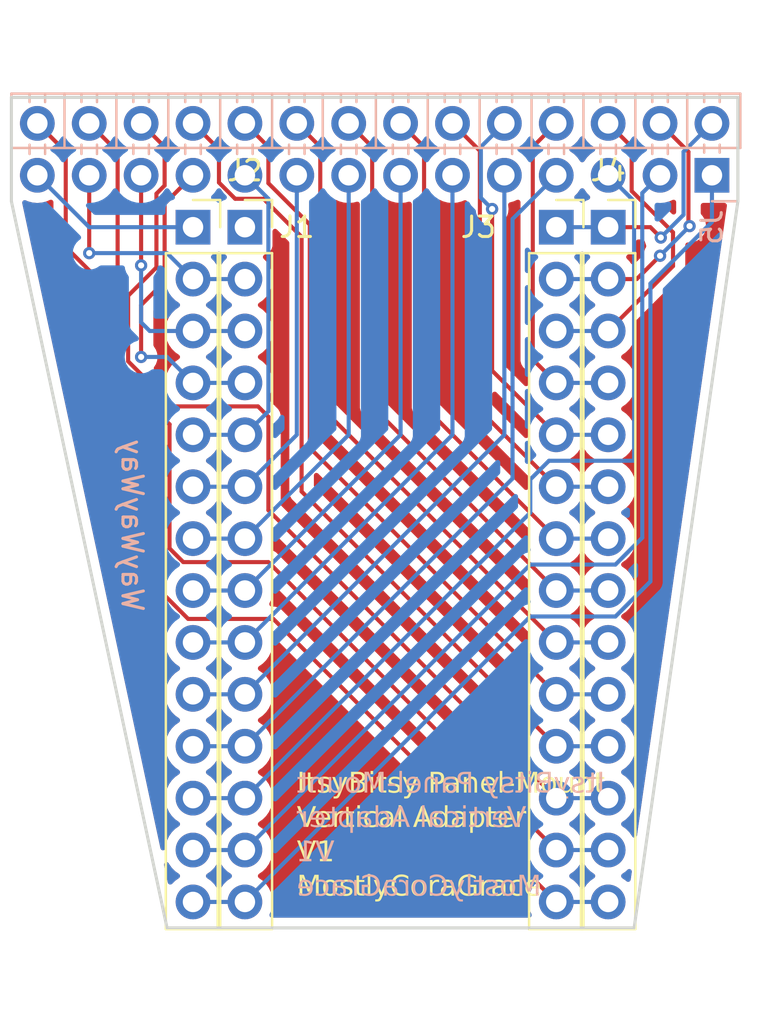
<source format=kicad_pcb>
(kicad_pcb (version 20240108) (generator "pcbnew") (generator_version "8.0")
  (layers (0 "F.Cu" signal) (31 "B.Cu" signal) (34 "B.Paste" user) (35 "F.Paste" user) (36 "B.SilkS" user "B.Silkscreen") (37 "F.SilkS" user "F.Silkscreen") (38 "B.Mask" user) (39 "F.Mask" user) (44 "Edge.Cuts" user))
  (net 0 "")
  (net 1 "/a01")
  (net 2 "/b01")
  (net 3 "/a02")
  (net 4 "/a03")
  (net 5 "/a04")
  (net 6 "/a13")
  (net 7 "/a06")
  (net 8 "/a12")
  (net 9 "/a10")
  (net 10 "/a11")
  (net 11 "/a08")
  (net 12 "/a14")
  (net 13 "/a09")
  (net 14 "/a07")
  (net 15 "/a05")
  (net 16 "/b06")
  (net 17 "/b14")
  (net 18 "/b12")
  (net 19 "/b11")
  (net 20 "/b13")
  (net 21 "/b09")
  (net 22 "/b10")
  (net 23 "/b04")
  (net 24 "/b03")
  (net 25 "/b08")
  (net 26 "/b02")
  (net 27 "/b07")
  (net 28 "/b05")
  (footprint "Connector_PinSocket_2.54mm:PinSocket_1x14_P2.54mm_Vertical" (layer "F.Cu") (at 8.89 6.35)
    (property "Reference" "J1" (at 5.08 0 0) (layer "F.SilkS"))
    (property "Value" "Conn_01x14_Socket")
    (fp_line (start -1.33 1.27) (end -1.33 34.35) (stroke (width 0.12)) (layer "F.SilkS"))
    (fp_line (start -1.33 1.27) (end 1.33 1.27) (stroke (width 0.12)) (layer "F.SilkS"))
    (fp_line (start -1.33 34.35) (end 1.33 34.35) (stroke (width 0.12)) (layer "F.SilkS"))
    (fp_line (start 0 -1.33) (end 1.33 -1.33) (stroke (width 0.12)) (layer "F.SilkS"))
    (fp_line (start 1.33 -1.33) (end 1.33 0) (stroke (width 0.12)) (layer "F.SilkS"))
    (fp_line (start 1.33 1.27) (end 1.33 34.35) (stroke (width 0.12)) (layer "F.SilkS"))
    (pad "1" thru_hole rect (at 0 0) (size 1.7 1.7) (drill 1) (layers "*.Cu" "*.Mask") (net 1 "/a01"))
    (pad "2" thru_hole oval (at 0 2.54) (size 1.7 1.7) (drill 1) (layers "*.Cu" "*.Mask") (net 3 "/a02"))
    (pad "3" thru_hole oval (at 0 5.08) (size 1.7 1.7) (drill 1) (layers "*.Cu" "*.Mask") (net 4 "/a03"))
    (pad "4" thru_hole oval (at 0 7.62) (size 1.7 1.7) (drill 1) (layers "*.Cu" "*.Mask") (net 5 "/a04"))
    (pad "5" thru_hole oval (at 0 10.16) (size 1.7 1.7) (drill 1) (layers "*.Cu" "*.Mask") (net 15 "/a05"))
    (pad "6" thru_hole oval (at 0 12.7) (size 1.7 1.7) (drill 1) (layers "*.Cu" "*.Mask") (net 7 "/a06"))
    (pad "7" thru_hole oval (at 0 15.24) (size 1.7 1.7) (drill 1) (layers "*.Cu" "*.Mask") (net 14 "/a07"))
    (pad "8" thru_hole oval (at 0 17.78) (size 1.7 1.7) (drill 1) (layers "*.Cu" "*.Mask") (net 11 "/a08"))
    (pad "9" thru_hole oval (at 0 20.32) (size 1.7 1.7) (drill 1) (layers "*.Cu" "*.Mask") (net 13 "/a09"))
    (pad "10" thru_hole oval (at 0 22.86) (size 1.7 1.7) (drill 1) (layers "*.Cu" "*.Mask") (net 9 "/a10"))
    (pad "11" thru_hole oval (at 0 25.4) (size 1.7 1.7) (drill 1) (layers "*.Cu" "*.Mask") (net 10 "/a11"))
    (pad "12" thru_hole oval (at 0 27.94) (size 1.7 1.7) (drill 1) (layers "*.Cu" "*.Mask") (net 8 "/a12"))
    (pad "13" thru_hole oval (at 0 30.48) (size 1.7 1.7) (drill 1) (layers "*.Cu" "*.Mask") (net 6 "/a13"))
    (pad "14" thru_hole oval (at 0 33.02) (size 1.7 1.7) (drill 1) (layers "*.Cu" "*.Mask") (net 12 "/a14"))
  )
  (footprint "Connector_PinSocket_2.54mm:PinSocket_1x14_P2.54mm_Vertical" (layer "F.Cu") (at 11.43 6.35)
    (property "Reference" "J2" (at 0 -2.77 0) (layer "F.SilkS"))
    (property "Value" "Conn_01x14_Socket")
    (fp_line (start -1.33 1.27) (end -1.33 34.35) (stroke (width 0.12)) (layer "F.SilkS"))
    (fp_line (start -1.33 1.27) (end 1.33 1.27) (stroke (width 0.12)) (layer "F.SilkS"))
    (fp_line (start -1.33 34.35) (end 1.33 34.35) (stroke (width 0.12)) (layer "F.SilkS"))
    (fp_line (start 0 -1.33) (end 1.33 -1.33) (stroke (width 0.12)) (layer "F.SilkS"))
    (fp_line (start 1.33 -1.33) (end 1.33 0) (stroke (width 0.12)) (layer "F.SilkS"))
    (fp_line (start 1.33 1.27) (end 1.33 34.35) (stroke (width 0.12)) (layer "F.SilkS"))
    (pad "1" thru_hole rect (at 0 0) (size 1.7 1.7) (drill 1) (layers "*.Cu" "*.Mask") (net 1 "/a01"))
    (pad "2" thru_hole oval (at 0 2.54) (size 1.7 1.7) (drill 1) (layers "*.Cu" "*.Mask") (net 3 "/a02"))
    (pad "3" thru_hole oval (at 0 5.08) (size 1.7 1.7) (drill 1) (layers "*.Cu" "*.Mask") (net 4 "/a03"))
    (pad "4" thru_hole oval (at 0 7.62) (size 1.7 1.7) (drill 1) (layers "*.Cu" "*.Mask") (net 5 "/a04"))
    (pad "5" thru_hole oval (at 0 10.16) (size 1.7 1.7) (drill 1) (layers "*.Cu" "*.Mask") (net 15 "/a05"))
    (pad "6" thru_hole oval (at 0 12.7) (size 1.7 1.7) (drill 1) (layers "*.Cu" "*.Mask") (net 7 "/a06"))
    (pad "7" thru_hole oval (at 0 15.24) (size 1.7 1.7) (drill 1) (layers "*.Cu" "*.Mask") (net 14 "/a07"))
    (pad "8" thru_hole oval (at 0 17.78) (size 1.7 1.7) (drill 1) (layers "*.Cu" "*.Mask") (net 11 "/a08"))
    (pad "9" thru_hole oval (at 0 20.32) (size 1.7 1.7) (drill 1) (layers "*.Cu" "*.Mask") (net 13 "/a09"))
    (pad "10" thru_hole oval (at 0 22.86) (size 1.7 1.7) (drill 1) (layers "*.Cu" "*.Mask") (net 9 "/a10"))
    (pad "11" thru_hole oval (at 0 25.4) (size 1.7 1.7) (drill 1) (layers "*.Cu" "*.Mask") (net 10 "/a11"))
    (pad "12" thru_hole oval (at 0 27.94) (size 1.7 1.7) (drill 1) (layers "*.Cu" "*.Mask") (net 8 "/a12"))
    (pad "13" thru_hole oval (at 0 30.48) (size 1.7 1.7) (drill 1) (layers "*.Cu" "*.Mask") (net 6 "/a13"))
    (pad "14" thru_hole oval (at 0 33.02) (size 1.7 1.7) (drill 1) (layers "*.Cu" "*.Mask") (net 12 "/a14"))
  )
  (footprint "Connector_PinSocket_2.54mm:PinSocket_1x14_P2.54mm_Vertical" (layer "F.Cu") (at 26.67 6.35)
    (property "Reference" "J3" (at -3.81 0 0) (layer "F.SilkS"))
    (property "Value" "Conn_01x14_Socket")
    (fp_line (start -1.33 1.27) (end -1.33 34.35) (stroke (width 0.12)) (layer "F.SilkS"))
    (fp_line (start -1.33 1.27) (end 1.33 1.27) (stroke (width 0.12)) (layer "F.SilkS"))
    (fp_line (start -1.33 34.35) (end 1.33 34.35) (stroke (width 0.12)) (layer "F.SilkS"))
    (fp_line (start 0 -1.33) (end 1.33 -1.33) (stroke (width 0.12)) (layer "F.SilkS"))
    (fp_line (start 1.33 -1.33) (end 1.33 0) (stroke (width 0.12)) (layer "F.SilkS"))
    (fp_line (start 1.33 1.27) (end 1.33 34.35) (stroke (width 0.12)) (layer "F.SilkS"))
    (pad "1" thru_hole rect (at 0 0) (size 1.7 1.7) (drill 1) (layers "*.Cu" "*.Mask") (net 2 "/b01"))
    (pad "2" thru_hole oval (at 0 2.54) (size 1.7 1.7) (drill 1) (layers "*.Cu" "*.Mask") (net 26 "/b02"))
    (pad "3" thru_hole oval (at 0 5.08) (size 1.7 1.7) (drill 1) (layers "*.Cu" "*.Mask") (net 24 "/b03"))
    (pad "4" thru_hole oval (at 0 7.62) (size 1.7 1.7) (drill 1) (layers "*.Cu" "*.Mask") (net 23 "/b04"))
    (pad "5" thru_hole oval (at 0 10.16) (size 1.7 1.7) (drill 1) (layers "*.Cu" "*.Mask") (net 28 "/b05"))
    (pad "6" thru_hole oval (at 0 12.7) (size 1.7 1.7) (drill 1) (layers "*.Cu" "*.Mask") (net 16 "/b06"))
    (pad "7" thru_hole oval (at 0 15.24) (size 1.7 1.7) (drill 1) (layers "*.Cu" "*.Mask") (net 27 "/b07"))
    (pad "8" thru_hole oval (at 0 17.78) (size 1.7 1.7) (drill 1) (layers "*.Cu" "*.Mask") (net 25 "/b08"))
    (pad "9" thru_hole oval (at 0 20.32) (size 1.7 1.7) (drill 1) (layers "*.Cu" "*.Mask") (net 21 "/b09"))
    (pad "10" thru_hole oval (at 0 22.86) (size 1.7 1.7) (drill 1) (layers "*.Cu" "*.Mask") (net 22 "/b10"))
    (pad "11" thru_hole oval (at 0 25.4) (size 1.7 1.7) (drill 1) (layers "*.Cu" "*.Mask") (net 19 "/b11"))
    (pad "12" thru_hole oval (at 0 27.94) (size 1.7 1.7) (drill 1) (layers "*.Cu" "*.Mask") (net 18 "/b12"))
    (pad "13" thru_hole oval (at 0 30.48) (size 1.7 1.7) (drill 1) (layers "*.Cu" "*.Mask") (net 20 "/b13"))
    (pad "14" thru_hole oval (at 0 33.02) (size 1.7 1.7) (drill 1) (layers "*.Cu" "*.Mask") (net 17 "/b14"))
  )
  (footprint "Connector_PinSocket_2.54mm:PinSocket_1x14_P2.54mm_Vertical" (layer "F.Cu") (at 29.21 6.35)
    (property "Reference" "J4" (at 0 -2.77 0) (layer "F.SilkS"))
    (property "Value" "Conn_01x14_Socket")
    (fp_line (start -1.33 1.27) (end -1.33 34.35) (stroke (width 0.12)) (layer "F.SilkS"))
    (fp_line (start -1.33 1.27) (end 1.33 1.27) (stroke (width 0.12)) (layer "F.SilkS"))
    (fp_line (start -1.33 34.35) (end 1.33 34.35) (stroke (width 0.12)) (layer "F.SilkS"))
    (fp_line (start 0 -1.33) (end 1.33 -1.33) (stroke (width 0.12)) (layer "F.SilkS"))
    (fp_line (start 1.33 -1.33) (end 1.33 0) (stroke (width 0.12)) (layer "F.SilkS"))
    (fp_line (start 1.33 1.27) (end 1.33 34.35) (stroke (width 0.12)) (layer "F.SilkS"))
    (pad "1" thru_hole rect (at 0 0) (size 1.7 1.7) (drill 1) (layers "*.Cu" "*.Mask") (net 2 "/b01"))
    (pad "2" thru_hole oval (at 0 2.54) (size 1.7 1.7) (drill 1) (layers "*.Cu" "*.Mask") (net 26 "/b02"))
    (pad "3" thru_hole oval (at 0 5.08) (size 1.7 1.7) (drill 1) (layers "*.Cu" "*.Mask") (net 24 "/b03"))
    (pad "4" thru_hole oval (at 0 7.62) (size 1.7 1.7) (drill 1) (layers "*.Cu" "*.Mask") (net 23 "/b04"))
    (pad "5" thru_hole oval (at 0 10.16) (size 1.7 1.7) (drill 1) (layers "*.Cu" "*.Mask") (net 28 "/b05"))
    (pad "6" thru_hole oval (at 0 12.7) (size 1.7 1.7) (drill 1) (layers "*.Cu" "*.Mask") (net 16 "/b06"))
    (pad "7" thru_hole oval (at 0 15.24) (size 1.7 1.7) (drill 1) (layers "*.Cu" "*.Mask") (net 27 "/b07"))
    (pad "8" thru_hole oval (at 0 17.78) (size 1.7 1.7) (drill 1) (layers "*.Cu" "*.Mask") (net 25 "/b08"))
    (pad "9" thru_hole oval (at 0 20.32) (size 1.7 1.7) (drill 1) (layers "*.Cu" "*.Mask") (net 21 "/b09"))
    (pad "10" thru_hole oval (at 0 22.86) (size 1.7 1.7) (drill 1) (layers "*.Cu" "*.Mask") (net 22 "/b10"))
    (pad "11" thru_hole oval (at 0 25.4) (size 1.7 1.7) (drill 1) (layers "*.Cu" "*.Mask") (net 19 "/b11"))
    (pad "12" thru_hole oval (at 0 27.94) (size 1.7 1.7) (drill 1) (layers "*.Cu" "*.Mask") (net 18 "/b12"))
    (pad "13" thru_hole oval (at 0 30.48) (size 1.7 1.7) (drill 1) (layers "*.Cu" "*.Mask") (net 20 "/b13"))
    (pad "14" thru_hole oval (at 0 33.02) (size 1.7 1.7) (drill 1) (layers "*.Cu" "*.Mask") (net 17 "/b14"))
  )
  (footprint "Connector_PinHeader_2.54mm:PinHeader_2x14_P2.54mm_Horizontal" (layer "B.Cu") (at 34.29 3.81 90)
    (property "Reference" "J5" (at -2.54 0 -90) (layer "B.SilkS") (effects (justify mirror)))
    (property "Value" "Conn_02x14_Odd_Even")
    (fp_line (start 3.997 -34.29) (end 1.337 -34.29) (stroke (width 0.12)) (layer "B.SilkS"))
    (fp_line (start 1.337 -34.29) (end 1.337 1.39) (stroke (width 0.12)) (layer "B.SilkS"))
    (fp_line (start 3.98 -33.4) (end 3.582929 -33.4) (stroke (width 0.12)) (layer "B.SilkS"))
    (fp_line (start 1.497071 -33.4) (end 1.042929 -33.4) (stroke (width 0.12)) (layer "B.SilkS"))
    (fp_line (start 3.98 -32.64) (end 3.582929 -32.64) (stroke (width 0.12)) (layer "B.SilkS"))
    (fp_line (start 1.497071 -32.64) (end 1.042929 -32.64) (stroke (width 0.12)) (layer "B.SilkS"))
    (fp_line (start 3.997 -31.69) (end 1.337 -31.69) (stroke (width 0.12)) (layer "B.SilkS"))
    (fp_line (start 3.98 -30.86) (end 3.582929 -30.86) (stroke (width 0.12)) (layer "B.SilkS"))
    (fp_line (start 1.497071 -30.86) (end 1.042929 -30.86) (stroke (width 0.12)) (layer "B.SilkS"))
    (fp_line (start 3.98 -30.1) (end 3.582929 -30.1) (stroke (width 0.12)) (layer "B.SilkS"))
    (fp_line (start 1.497071 -30.1) (end 1.042929 -30.1) (stroke (width 0.12)) (layer "B.SilkS"))
    (fp_line (start 3.997 -29.15) (end 1.337 -29.15) (stroke (width 0.12)) (layer "B.SilkS"))
    (fp_line (start 3.98 -28.32) (end 3.582929 -28.32) (stroke (width 0.12)) (layer "B.SilkS"))
    (fp_line (start 1.497071 -28.32) (end 1.042929 -28.32) (stroke (width 0.12)) (layer "B.SilkS"))
    (fp_line (start 3.98 -27.56) (end 3.582929 -27.56) (stroke (width 0.12)) (layer "B.SilkS"))
    (fp_line (start 1.497071 -27.56) (end 1.042929 -27.56) (stroke (width 0.12)) (layer "B.SilkS"))
    (fp_line (start 3.997 -26.61) (end 1.337 -26.61) (stroke (width 0.12)) (layer "B.SilkS"))
    (fp_line (start 3.98 -25.78) (end 3.582929 -25.78) (stroke (width 0.12)) (layer "B.SilkS"))
    (fp_line (start 1.497071 -25.78) (end 1.042929 -25.78) (stroke (width 0.12)) (layer "B.SilkS"))
    (fp_line (start 3.98 -25.02) (end 3.582929 -25.02) (stroke (width 0.12)) (layer "B.SilkS"))
    (fp_line (start 1.497071 -25.02) (end 1.042929 -25.02) (stroke (width 0.12)) (layer "B.SilkS"))
    (fp_line (start 3.997 -24.07) (end 1.337 -24.07) (stroke (width 0.12)) (layer "B.SilkS"))
    (fp_line (start 3.98 -23.24) (end 3.582929 -23.24) (stroke (width 0.12)) (layer "B.SilkS"))
    (fp_line (start 1.497071 -23.24) (end 1.042929 -23.24) (stroke (width 0.12)) (layer "B.SilkS"))
    (fp_line (start 3.98 -22.48) (end 3.582929 -22.48) (stroke (width 0.12)) (layer "B.SilkS"))
    (fp_line (start 1.497071 -22.48) (end 1.042929 -22.48) (stroke (width 0.12)) (layer "B.SilkS"))
    (fp_line (start 3.997 -21.53) (end 1.337 -21.53) (stroke (width 0.12)) (layer "B.SilkS"))
    (fp_line (start 3.98 -20.7) (end 3.582929 -20.7) (stroke (width 0.12)) (layer "B.SilkS"))
    (fp_line (start 1.497071 -20.7) (end 1.042929 -20.7) (stroke (width 0.12)) (layer "B.SilkS"))
    (fp_line (start 3.98 -19.94) (end 3.582929 -19.94) (stroke (width 0.12)) (layer "B.SilkS"))
    (fp_line (start 1.497071 -19.94) (end 1.042929 -19.94) (stroke (width 0.12)) (layer "B.SilkS"))
    (fp_line (start 3.937 -19.05) (end 1.277 -19.05) (stroke (width 0.12)) (layer "B.SilkS"))
    (fp_line (start 3.98 -18.16) (end 3.582929 -18.16) (stroke (width 0.12)) (layer "B.SilkS"))
    (fp_line (start 1.497071 -18.16) (end 1.042929 -18.16) (stroke (width 0.12)) (layer "B.SilkS"))
    (fp_line (start 3.98 -17.4) (end 3.582929 -17.4) (stroke (width 0.12)) (layer "B.SilkS"))
    (fp_line (start 1.497071 -17.4) (end 1.042929 -17.4) (stroke (width 0.12)) (layer "B.SilkS"))
    (fp_line (start 3.997 -16.45) (end 1.337 -16.45) (stroke (width 0.12)) (layer "B.SilkS"))
    (fp_line (start 3.98 -15.62) (end 3.582929 -15.62) (stroke (width 0.12)) (layer "B.SilkS"))
    (fp_line (start 1.497071 -15.62) (end 1.042929 -15.62) (stroke (width 0.12)) (layer "B.SilkS"))
    (fp_line (start 3.98 -14.86) (end 3.582929 -14.86) (stroke (width 0.12)) (layer "B.SilkS"))
    (fp_line (start 1.497071 -14.86) (end 1.042929 -14.86) (stroke (width 0.12)) (layer "B.SilkS"))
    (fp_line (start 3.997 -13.91) (end 1.337 -13.91) (stroke (width 0.12)) (layer "B.SilkS"))
    (fp_line (start 3.98 -13.08) (end 3.582929 -13.08) (stroke (width 0.12)) (layer "B.SilkS"))
    (fp_line (start 1.497071 -13.08) (end 1.042929 -13.08) (stroke (width 0.12)) (layer "B.SilkS"))
    (fp_line (start 3.98 -12.32) (end 3.582929 -12.32) (stroke (width 0.12)) (layer "B.SilkS"))
    (fp_line (start 1.497071 -12.32) (end 1.042929 -12.32) (stroke (width 0.12)) (layer "B.SilkS"))
    (fp_line (start 3.997 -11.37) (end 1.337 -11.37) (stroke (width 0.12)) (layer "B.SilkS"))
    (fp_line (start 3.98 -10.54) (end 3.582929 -10.54) (stroke (width 0.12)) (layer "B.SilkS"))
    (fp_line (start 1.497071 -10.54) (end 1.042929 -10.54) (stroke (width 0.12)) (layer "B.SilkS"))
    (fp_line (start 3.98 -9.78) (end 3.582929 -9.78) (stroke (width 0.12)) (layer "B.SilkS"))
    (fp_line (start 1.497071 -9.78) (end 1.042929 -9.78) (stroke (width 0.12)) (layer "B.SilkS"))
    (fp_line (start 3.997 -8.83) (end 1.337 -8.83) (stroke (width 0.12)) (layer "B.SilkS"))
    (fp_line (start 3.98 -8) (end 3.582929 -8) (stroke (width 0.12)) (layer "B.SilkS"))
    (fp_line (start 1.497071 -8) (end 1.042929 -8) (stroke (width 0.12)) (layer "B.SilkS"))
    (fp_line (start 3.98 -7.24) (end 3.582929 -7.24) (stroke (width 0.12)) (layer "B.SilkS"))
    (fp_line (start 1.497071 -7.24) (end 1.042929 -7.24) (stroke (width 0.12)) (layer "B.SilkS"))
    (fp_line (start 3.997 -6.29) (end 1.337 -6.29) (stroke (width 0.12)) (layer "B.SilkS"))
    (fp_line (start 3.98 -5.46) (end 3.582929 -5.46) (stroke (width 0.12)) (layer "B.SilkS"))
    (fp_line (start 1.497071 -5.46) (end 1.042929 -5.46) (stroke (width 0.12)) (layer "B.SilkS"))
    (fp_line (start 3.98 -4.7) (end 3.582929 -4.7) (stroke (width 0.12)) (layer "B.SilkS"))
    (fp_line (start 1.497071 -4.7) (end 1.042929 -4.7) (stroke (width 0.12)) (layer "B.SilkS"))
    (fp_line (start 3.997 -3.75) (end 1.337 -3.75) (stroke (width 0.12)) (layer "B.SilkS"))
    (fp_line (start 3.98 -2.92) (end 3.582929 -2.92) (stroke (width 0.12)) (layer "B.SilkS"))
    (fp_line (start 1.497071 -2.92) (end 1.042929 -2.92) (stroke (width 0.12)) (layer "B.SilkS"))
    (fp_line (start 3.98 -2.16) (end 3.582929 -2.16) (stroke (width 0.12)) (layer "B.SilkS"))
    (fp_line (start 1.497071 -2.16) (end 1.042929 -2.16) (stroke (width 0.12)) (layer "B.SilkS"))
    (fp_line (start 3.997 -1.21) (end 1.337 -1.21) (stroke (width 0.12)) (layer "B.SilkS"))
    (fp_line (start 3.98 -0.38) (end 3.582929 -0.38) (stroke (width 0.12)) (layer "B.SilkS"))
    (fp_line (start 1.497071 -0.38) (end 1.11 -0.38) (stroke (width 0.12)) (layer "B.SilkS"))
    (fp_line (start 3.98 0.38) (end 3.582929 0.38) (stroke (width 0.12)) (layer "B.SilkS"))
    (fp_line (start 1.497071 0.38) (end 1.11 0.38) (stroke (width 0.12)) (layer "B.SilkS"))
    (fp_line (start 0 1.27) (end -1.27 1.27) (stroke (width 0.12)) (layer "B.SilkS"))
    (fp_line (start -1.27 1.27) (end -1.27 0) (stroke (width 0.12)) (layer "B.SilkS"))
    (fp_line (start 3.997 1.39) (end 3.997 -34.29) (stroke (width 0.12)) (layer "B.SilkS"))
    (fp_line (start 1.337 1.39) (end 3.997 1.39) (stroke (width 0.12)) (layer "B.SilkS"))
    (pad "1" thru_hole rect (at 0 0 90) (size 1.7 1.7) (drill 1) (layers "*.Cu" "*.Mask") (net 12 "/a14"))
    (pad "2" thru_hole oval (at 2.54 0 90) (size 1.7 1.7) (drill 1) (layers "*.Cu" "*.Mask") (net 2 "/b01"))
    (pad "3" thru_hole oval (at 0 -2.54 90) (size 1.7 1.7) (drill 1) (layers "*.Cu" "*.Mask") (net 6 "/a13"))
    (pad "4" thru_hole oval (at 2.54 -2.54 90) (size 1.7 1.7) (drill 1) (layers "*.Cu" "*.Mask") (net 26 "/b02"))
    (pad "5" thru_hole oval (at 0 -5.08 90) (size 1.7 1.7) (drill 1) (layers "*.Cu" "*.Mask") (net 8 "/a12"))
    (pad "6" thru_hole oval (at 2.54 -5.08 90) (size 1.7 1.7) (drill 1) (layers "*.Cu" "*.Mask") (net 24 "/b03"))
    (pad "7" thru_hole oval (at 0 -7.62 90) (size 1.7 1.7) (drill 1) (layers "*.Cu" "*.Mask") (net 10 "/a11"))
    (pad "8" thru_hole oval (at 2.54 -7.62 90) (size 1.7 1.7) (drill 1) (layers "*.Cu" "*.Mask") (net 23 "/b04"))
    (pad "9" thru_hole oval (at 0 -10.16 90) (size 1.7 1.7) (drill 1) (layers "*.Cu" "*.Mask") (net 9 "/a10"))
    (pad "10" thru_hole oval (at 2.54 -10.16 90) (size 1.7 1.7) (drill 1) (layers "*.Cu" "*.Mask") (net 28 "/b05"))
    (pad "11" thru_hole oval (at 0 -12.7 90) (size 1.7 1.7) (drill 1) (layers "*.Cu" "*.Mask") (net 13 "/a09"))
    (pad "12" thru_hole oval (at 2.54 -12.7 90) (size 1.7 1.7) (drill 1) (layers "*.Cu" "*.Mask") (net 16 "/b06"))
    (pad "13" thru_hole oval (at 0 -15.24 90) (size 1.7 1.7) (drill 1) (layers "*.Cu" "*.Mask") (net 11 "/a08"))
    (pad "14" thru_hole oval (at 2.54 -15.24 90) (size 1.7 1.7) (drill 1) (layers "*.Cu" "*.Mask") (net 27 "/b07"))
    (pad "15" thru_hole oval (at 0 -17.78 90) (size 1.7 1.7) (drill 1) (layers "*.Cu" "*.Mask") (net 14 "/a07"))
    (pad "16" thru_hole oval (at 2.54 -17.78 90) (size 1.7 1.7) (drill 1) (layers "*.Cu" "*.Mask") (net 25 "/b08"))
    (pad "17" thru_hole oval (at 0 -20.32 90) (size 1.7 1.7) (drill 1) (layers "*.Cu" "*.Mask") (net 7 "/a06"))
    (pad "18" thru_hole oval (at 2.54 -20.32 90) (size 1.7 1.7) (drill 1) (layers "*.Cu" "*.Mask") (net 21 "/b09"))
    (pad "19" thru_hole oval (at 0 -22.86 90) (size 1.7 1.7) (drill 1) (layers "*.Cu" "*.Mask") (net 15 "/a05"))
    (pad "20" thru_hole oval (at 2.54 -22.86 90) (size 1.7 1.7) (drill 1) (layers "*.Cu" "*.Mask") (net 22 "/b10"))
    (pad "21" thru_hole oval (at 0 -25.4 90) (size 1.7 1.7) (drill 1) (layers "*.Cu" "*.Mask") (net 5 "/a04"))
    (pad "22" thru_hole oval (at 2.54 -25.4 90) (size 1.7 1.7) (drill 1) (layers "*.Cu" "*.Mask") (net 19 "/b11"))
    (pad "23" thru_hole oval (at 0 -27.94 90) (size 1.7 1.7) (drill 1) (layers "*.Cu" "*.Mask") (net 4 "/a03"))
    (pad "24" thru_hole oval (at 2.54 -27.94 90) (size 1.7 1.7) (drill 1) (layers "*.Cu" "*.Mask") (net 18 "/b12"))
    (pad "25" thru_hole oval (at 0 -30.48 90) (size 1.7 1.7) (drill 1) (layers "*.Cu" "*.Mask") (net 3 "/a02"))
    (pad "26" thru_hole oval (at 2.54 -30.48 90) (size 1.7 1.7) (drill 1) (layers "*.Cu" "*.Mask") (net 20 "/b13"))
    (pad "27" thru_hole oval (at 0 -33.02 90) (size 1.7 1.7) (drill 1) (layers "*.Cu" "*.Mask") (net 1 "/a01"))
    (pad "28" thru_hole oval (at 2.54 -33.02 90) (size 1.7 1.7) (drill 1) (layers "*.Cu" "*.Mask") (net 17 "/b14"))
  )
  (gr_line (start 7.62 40.64) (end 30.48 40.64) (stroke (width 0.15)) (layer "Edge.Cuts"))
  (gr_line (start 0 5.08) (end 0 0) (stroke (width 0.15)) (layer "Edge.Cuts"))
  (gr_line (start 0 0) (end 35.56 0) (stroke (width 0.15)) (layer "Edge.Cuts"))
  (gr_line (start 35.56 0) (end 35.56 5.08) (stroke (width 0.15)) (layer "Edge.Cuts"))
  (gr_line (start 35.56 5.08) (end 30.48 40.64) (stroke (width 0.15)) (layer "Edge.Cuts"))
  (gr_line (start 7.62 40.64) (end 0 5.08) (stroke (width 0.15)) (layer "Edge.Cuts"))
  (gr_text "WayWayWay" (at 6.5 25.25 -90) (layer "B.SilkS") (effects (font (size 1 1)) (justify left top mirror)))
  (gr_text "ItsyBitsy Panel-Mount\nVertical Adapter\nV1\nMostlyCoraGrace" (at 13.97 33.02 0) (layer "B.SilkS") (effects (font (size 1 1)) (justify right top mirror)))
  (gr_text "ItsyBitsy Panel-Mount\nVertical Adapter\nV1\nMostlyCoraGrace" (at 13.97 33.02 0) (layer "F.SilkS") (effects (font (size 1 1)) (justify left top)))
  (segment (start 3.81 6.35) (end 1.27 3.81) (width 0.2) (layer "B.Cu") (net 1))
  (segment (start 8.89 6.35) (end 3.81 6.35) (width 0.2) (layer "B.Cu") (net 1))
  (segment (start 31.277 6.35) (end 31.785 6.858) (width 0.2) (layer "F.Cu") (net 2))
  (segment (start 29.21 6.35) (end 31.277 6.35) (width 0.2) (layer "F.Cu") (net 2))
  (via (at 31.785 6.858) (size 0.6) (drill 0.3) (layers "F.Cu" "B.Cu") (net 2))
  (segment (start 29.21 6.35) (end 26.67 6.35) (width 0.2) (layer "B.Cu") (net 2))
  (segment (start 31.785 6.858) (end 32.9 5.743) (width 0.2) (layer "B.Cu") (net 2))
  (segment (start 32.9 2.66) (end 34.29 1.27) (width 0.2) (layer "B.Cu") (net 2))
  (segment (start 32.9 5.743) (end 32.9 2.66) (width 0.2) (layer "B.Cu") (net 2))
  (segment (start 3.81 7.62) (end 3.81 3.81) (width 0.2) (layer "F.Cu") (net 3))
  (via (at 3.81 7.62) (size 0.6) (drill 0.3) (layers "F.Cu" "B.Cu") (net 3))
  (segment (start 8.89 8.89) (end 7.62 7.62) (width 0.2) (layer "B.Cu") (net 3))
  (segment (start 7.62 7.62) (end 3.81 7.62) (width 0.2) (layer "B.Cu") (net 3))
  (segment (start 11.43 8.89) (end 8.89 8.89) (width 0.2) (layer "B.Cu") (net 3))
  (segment (start 6.35 8.22) (end 6.35 3.81) (width 0.2) (layer "F.Cu") (net 4))
  (via (at 6.35 8.22) (size 0.6) (drill 0.3) (layers "F.Cu" "B.Cu") (net 4))
  (segment (start 8.89 11.43) (end 6.771471 11.43) (width 0.2) (layer "B.Cu") (net 4))
  (segment (start 8.89 11.43) (end 11.43 11.43) (width 0.2) (layer "B.Cu") (net 4))
  (segment (start 6.35 11.008529) (end 6.35 8.22) (width 0.2) (layer "B.Cu") (net 4))
  (segment (start 6.771471 11.43) (end 6.35 11.008529) (width 0.2) (layer "B.Cu") (net 4))
  (segment (start 7.5 5.2) (end 8.89 3.81) (width 0.2) (layer "F.Cu") (net 5))
  (segment (start 6.35 12.7) (end 6.35 10.16) (width 0.2) (layer "F.Cu") (net 5))
  (segment (start 6.35 10.16) (end 7.5 9.01) (width 0.2) (layer "F.Cu") (net 5))
  (segment (start 7.5 9.01) (end 7.5 5.2) (width 0.2) (layer "F.Cu") (net 5))
  (via (at 6.35 12.7) (size 0.6) (drill 0.3) (layers "F.Cu" "B.Cu") (net 5))
  (segment (start 11.43 13.97) (end 8.89 13.97) (width 0.2) (layer "B.Cu") (net 5))
  (segment (start 8.89 13.97) (end 7.62 12.7) (width 0.2) (layer "B.Cu") (net 5))
  (segment (start 7.62 12.7) (end 6.35 12.7) (width 0.2) (layer "B.Cu") (net 5))
  (segment (start 30.88 4.68) (end 31.75 3.81) (width 0.2) (layer "B.Cu") (net 6))
  (segment (start 8.89 36.83) (end 11.43 36.83) (width 0.2) (layer "B.Cu") (net 6))
  (segment (start 11.43 36.83) (end 25.4 22.86) (width 0.2) (layer "B.Cu") (net 6))
  (segment (start 29.566346 22.86) (end 30.88 21.546346) (width 0.2) (layer "B.Cu") (net 6))
  (segment (start 25.4 22.86) (end 29.566346 22.86) (width 0.2) (layer "B.Cu") (net 6))
  (segment (start 30.88 21.546346) (end 30.88 4.68) (width 0.2) (layer "B.Cu") (net 6))
  (segment (start 11.43 19.05) (end 13.97 16.51) (width 0.2) (layer "B.Cu") (net 7))
  (segment (start 11.43 19.05) (end 8.89 19.05) (width 0.2) (layer "B.Cu") (net 7))
  (segment (start 13.97 16.51) (end 13.97 3.81) (width 0.2) (layer "B.Cu") (net 7))
  (segment (start 11.43 34.29) (end 8.89 34.29) (width 0.2) (layer "B.Cu") (net 8))
  (segment (start 25.4 20.32) (end 25.4 18.693654) (width 0.2) (layer "B.Cu") (net 8))
  (segment (start 30.48 5.08) (end 29.21 3.81) (width 0.2) (layer "B.Cu") (net 8))
  (segment (start 25.4 18.693654) (end 26.313654 17.78) (width 0.2) (layer "B.Cu") (net 8))
  (segment (start 26.313654 17.78) (end 30.48 17.78) (width 0.2) (layer "B.Cu") (net 8))
  (segment (start 30.48 17.78) (end 30.48 5.08) (width 0.2) (layer "B.Cu") (net 8))
  (segment (start 11.43 34.29) (end 25.4 20.32) (width 0.2) (layer "B.Cu") (net 8))
  (segment (start 11.43 29.21) (end 8.89 29.21) (width 0.2) (layer "B.Cu") (net 9))
  (segment (start 11.43 29.21) (end 24.13 16.51) (width 0.2) (layer "B.Cu") (net 9))
  (segment (start 24.13 16.51) (end 24.13 3.81) (width 0.2) (layer "B.Cu") (net 9))
  (segment (start 24.53 18.65) (end 24.53 5.95) (width 0.2) (layer "B.Cu") (net 10))
  (segment (start 8.89 31.75) (end 11.43 31.75) (width 0.2) (layer "B.Cu") (net 10))
  (segment (start 24.53 5.95) (end 26.67 3.81) (width 0.2) (layer "B.Cu") (net 10))
  (segment (start 11.43 31.75) (end 24.53 18.65) (width 0.2) (layer "B.Cu") (net 10))
  (segment (start 11.43 24.13) (end 19.05 16.51) (width 0.2) (layer "B.Cu") (net 11))
  (segment (start 19.05 16.51) (end 19.05 3.81) (width 0.2) (layer "B.Cu") (net 11))
  (segment (start 11.43 24.13) (end 8.89 24.13) (width 0.2) (layer "B.Cu") (net 11))
  (segment (start 11.43 39.37) (end 25.4 25.4) (width 0.2) (layer "B.Cu") (net 12))
  (segment (start 25.4 25.4) (end 29.566346 25.4) (width 0.2) (layer "B.Cu") (net 12))
  (segment (start 29.566346 25.4) (end 31.28 23.686346) (width 0.2) (layer "B.Cu") (net 12))
  (segment (start 11.43 39.37) (end 8.89 39.37) (width 0.2) (layer "B.Cu") (net 12))
  (segment (start 31.28 9.106) (end 34.29 6.096) (width 0.2) (layer "B.Cu") (net 12))
  (segment (start 31.28 23.686346) (end 31.28 9.106) (width 0.2) (layer "B.Cu") (net 12))
  (segment (start 34.29 6.096) (end 34.29 3.81) (width 0.2) (layer "B.Cu") (net 12))
  (segment (start 11.43 26.67) (end 21.59 16.51) (width 0.2) (layer "B.Cu") (net 13))
  (segment (start 8.89 26.67) (end 11.43 26.67) (width 0.2) (layer "B.Cu") (net 13))
  (segment (start 21.59 16.51) (end 21.59 3.81) (width 0.2) (layer "B.Cu") (net 13))
  (segment (start 11.43 21.59) (end 16.51 16.51) (width 0.2) (layer "B.Cu") (net 14))
  (segment (start 16.51 16.51) (end 16.51 3.81) (width 0.2) (layer "B.Cu") (net 14))
  (segment (start 8.89 21.59) (end 11.43 21.59) (width 0.2) (layer "B.Cu") (net 14))
  (segment (start 11.43 16.51) (end 12.58 15.36) (width 0.2) (layer "B.Cu") (net 15))
  (segment (start 8.89 16.51) (end 11.43 16.51) (width 0.2) (layer "B.Cu") (net 15))
  (segment (start 12.58 15.36) (end 12.58 4.96) (width 0.2) (layer "B.Cu") (net 15))
  (segment (start 12.58 4.96) (end 11.43 3.81) (width 0.2) (layer "B.Cu") (net 15))
  (segment (start 26.67 19.05) (end 22.93 15.31) (width 0.2) (layer "F.Cu") (net 16))
  (segment (start 22.93 2.61) (end 21.59 1.27) (width 0.2) (layer "F.Cu") (net 16))
  (segment (start 22.93 15.31) (end 22.93 2.61) (width 0.2) (layer "F.Cu") (net 16))
  (segment (start 26.67 19.05) (end 29.21 19.05) (width 0.2) (layer "B.Cu") (net 16))
  (segment (start 12.82 25.52) (end 8.653654 25.52) (width 0.2) (layer "F.Cu") (net 17))
  (segment (start 7.34 16.160686) (end 4.8 13.620686) (width 0.2) (layer "F.Cu") (net 17))
  (segment (start 4.8 9.458529) (end 2.66 7.318529) (width 0.2) (layer "F.Cu") (net 17))
  (segment (start 26.67 39.37) (end 12.82 25.52) (width 0.2) (layer "F.Cu") (net 17))
  (segment (start 2.66 2.66) (end 1.27 1.27) (width 0.2) (layer "F.Cu") (net 17))
  (segment (start 2.66 7.318529) (end 2.66 2.66) (width 0.2) (layer "F.Cu") (net 17))
  (segment (start 7.34 24.206346) (end 7.34 16.160686) (width 0.2) (layer "F.Cu") (net 17))
  (segment (start 8.653654 25.52) (end 7.34 24.206346) (width 0.2) (layer "F.Cu") (net 17))
  (segment (start 4.8 13.620686) (end 4.8 9.458529) (width 0.2) (layer "F.Cu") (net 17))
  (segment (start 26.67 39.37) (end 29.21 39.37) (width 0.2) (layer "B.Cu") (net 17))
  (segment (start 12.58 20.2) (end 12.58 15.628) (width 0.2) (layer "F.Cu") (net 18))
  (segment (start 5.715 9.703529) (end 7.1 8.318529) (width 0.2) (layer "F.Cu") (net 18))
  (segment (start 7.921471 15.12) (end 5.715 12.913529) (width 0.2) (layer "F.Cu") (net 18))
  (segment (start 12.072 15.12) (end 7.921471 15.12) (width 0.2) (layer "F.Cu") (net 18))
  (segment (start 7.1 4.711) (end 7.5 4.311) (width 0.2) (layer "F.Cu") (net 18))
  (segment (start 12.58 15.628) (end 12.072 15.12) (width 0.2) (layer "F.Cu") (net 18))
  (segment (start 5.715 12.913529) (end 5.715 9.703529) (width 0.2) (layer "F.Cu") (net 18))
  (segment (start 26.67 34.29) (end 12.58 20.2) (width 0.2) (layer "F.Cu") (net 18))
  (segment (start 7.1 8.318529) (end 7.1 4.711) (width 0.2) (layer "F.Cu") (net 18))
  (segment (start 7.5 4.311) (end 7.5 2.42) (width 0.2) (layer "F.Cu") (net 18))
  (segment (start 7.5 2.42) (end 6.35 1.27) (width 0.2) (layer "F.Cu") (net 18))
  (segment (start 26.67 34.29) (end 29.21 34.29) (width 0.2) (layer "B.Cu") (net 18))
  (segment (start 14.205 6.825) (end 12.34 4.96) (width 0.2) (layer "F.Cu") (net 19))
  (segment (start 10.16 4.166346) (end 10.16 2.54) (width 0.2) (layer "F.Cu") (net 19))
  (segment (start 14.205 19.285) (end 14.205 6.825) (width 0.2) (layer "F.Cu") (net 19))
  (segment (start 26.67 31.75) (end 14.205 19.285) (width 0.2) (layer "F.Cu") (net 19))
  (segment (start 10.16 2.54) (end 8.89 1.27) (width 0.2) (layer "F.Cu") (net 19))
  (segment (start 12.34 4.96) (end 10.953654 4.96) (width 0.2) (layer "F.Cu") (net 19))
  (segment (start 10.953654 4.96) (end 10.16 4.166346) (width 0.2) (layer "F.Cu") (net 19))
  (segment (start 29.21 31.75) (end 26.67 31.75) (width 0.2) (layer "B.Cu") (net 19))
  (segment (start 12.58 22.74) (end 8.413654 22.74) (width 0.2) (layer "F.Cu") (net 20))
  (segment (start 7.74 22.066346) (end 7.74 16.009) (width 0.2) (layer "F.Cu") (net 20))
  (segment (start 5.2 2.66) (end 3.81 1.27) (width 0.2) (layer "F.Cu") (net 20))
  (segment (start 8.413654 22.74) (end 7.74 22.066346) (width 0.2) (layer "F.Cu") (net 20))
  (segment (start 7.74 16.009) (end 7.747 16.002) (width 0.2) (layer "F.Cu") (net 20))
  (segment (start 5.2 13.455) (end 5.2 2.66) (width 0.2) (layer "F.Cu") (net 20))
  (segment (start 26.67 36.83) (end 12.58 22.74) (width 0.2) (layer "F.Cu") (net 20))
  (segment (start 7.747 16.002) (end 5.2 13.455) (width 0.2) (layer "F.Cu") (net 20))
  (segment (start 29.21 36.83) (end 26.67 36.83) (width 0.2) (layer "B.Cu") (net 20))
  (segment (start 26.67 26.67) (end 15.12 15.12) (width 0.2) (layer "F.Cu") (net 21))
  (segment (start 15.12 15.12) (end 15.12 2.42) (width 0.2) (layer "F.Cu") (net 21))
  (segment (start 15.12 2.42) (end 13.97 1.27) (width 0.2) (layer "F.Cu") (net 21))
  (segment (start 29.21 26.67) (end 26.67 26.67) (width 0.2) (layer "B.Cu") (net 21))
  (segment (start 12.58 2.42) (end 11.43 1.27) (width 0.2) (layer "F.Cu") (net 22))
  (segment (start 26.67 29.21) (end 14.605 17.145) (width 0.2) (layer "F.Cu") (net 22))
  (segment (start 12.58 4.198) (end 12.58 2.42) (width 0.2) (layer "F.Cu") (net 22))
  (segment (start 14.605 6.223) (end 12.58 4.198) (width 0.2) (layer "F.Cu") (net 22))
  (segment (start 14.605 17.145) (end 14.605 6.223) (width 0.2) (layer "F.Cu") (net 22))
  (segment (start 26.67 29.21) (end 29.21 29.21) (width 0.2) (layer "B.Cu") (net 22))
  (segment (start 25.52 12.82) (end 25.52 2.42) (width 0.2) (layer "F.Cu") (net 23))
  (segment (start 26.67 13.97) (end 25.52 12.82) (width 0.2) (layer "F.Cu") (net 23))
  (segment (start 25.52 2.42) (end 26.67 1.27) (width 0.2) (layer "F.Cu") (net 23))
  (segment (start 26.67 13.97) (end 29.21 13.97) (width 0.2) (layer "B.Cu") (net 23))
  (segment (start 30.36 2.42) (end 29.21 1.27) (width 0.2) (layer "F.Cu") (net 24))
  (segment (start 32.385 8.255) (end 32.385 6.604) (width 0.2) (layer "F.Cu") (net 24))
  (segment (start 32.385 6.604) (end 30.36 4.579) (width 0.2) (layer "F.Cu") (net 24))
  (segment (start 30.36 4.579) (end 30.36 2.42) (width 0.2) (layer "F.Cu") (net 24))
  (segment (start 29.21 11.43) (end 32.385 8.255) (width 0.2) (layer "F.Cu") (net 24))
  (segment (start 29.21 11.43) (end 26.67 11.43) (width 0.2) (layer "B.Cu") (net 24))
  (segment (start 26.67 24.13) (end 17.66 15.12) (width 0.2) (layer "F.Cu") (net 25))
  (segment (start 17.66 2.42) (end 16.51 1.27) (width 0.2) (layer "F.Cu") (net 25))
  (segment (start 17.66 15.12) (end 17.66 2.42) (width 0.2) (layer "F.Cu") (net 25))
  (segment (start 26.67 24.13) (end 29.21 24.13) (width 0.2) (layer "B.Cu") (net 25))
  (segment (start 33.14 6.241974) (end 33.14 2.66) (width 0.2) (layer "F.Cu") (net 26))
  (segment (start 30.607 8.89) (end 31.75 7.747) (width 0.2) (layer "F.Cu") (net 26))
  (segment (start 33.14 2.66) (end 31.75 1.27) (width 0.2) (layer "F.Cu") (net 26))
  (segment (start 29.21 8.89) (end 30.607 8.89) (width 0.2) (layer "F.Cu") (net 26))
  (segment (start 33.194778 6.296752) (end 33.14 6.241974) (width 0.2) (layer "F.Cu") (net 26))
  (via (at 31.75 7.747) (size 0.6) (drill 0.3) (layers "F.Cu" "B.Cu") (net 26))
  (via (at 33.194778 6.296752) (size 0.6) (drill 0.3) (layers "F.Cu" "B.Cu") (net 26))
  (segment (start 31.75 7.747) (end 33.194778 6.302222) (width 0.2) (layer "B.Cu") (net 26))
  (segment (start 26.67 8.89) (end 29.21 8.89) (width 0.2) (layer "B.Cu") (net 26))
  (segment (start 33.194778 6.302222) (end 33.194778 6.296752) (width 0.2) (layer "B.Cu") (net 26))
  (segment (start 20.2 2.42) (end 19.05 1.27) (width 0.2) (layer "F.Cu") (net 27))
  (segment (start 26.67 21.59) (end 20.2 15.12) (width 0.2) (layer "F.Cu") (net 27))
  (segment (start 20.2 15.12) (end 20.2 2.42) (width 0.2) (layer "F.Cu") (net 27))
  (segment (start 29.21 21.59) (end 26.67 21.59) (width 0.2) (layer "B.Cu") (net 27))
  (segment (start 26.67 16.51) (end 23.53 13.37) (width 0.2) (layer "F.Cu") (net 28))
  (segment (start 23.53 13.37) (end 23.53 5.461) (width 0.2) (layer "F.Cu") (net 28))
  (via (at 23.53 5.461) (size 0.6) (drill 0.3) (layers "F.Cu" "B.Cu") (net 28))
  (segment (start 22.98 2.42) (end 24.13 1.27) (width 0.2) (layer "B.Cu") (net 28))
  (segment (start 23.53 5.461) (end 22.98 4.911) (width 0.2) (layer "B.Cu") (net 28))
  (segment (start 29.21 16.51) (end 26.67 16.51) (width 0.2) (layer "B.Cu") (net 28))
  (segment (start 22.98 4.911) (end 22.98 2.42) (width 0.2) (layer "B.Cu") (net 28))
  (zone (net 0) (net_name "") (layers "F&B.Cu") (connect_pads (clearance 0.5)) (min_thickness 0.25) (fill yes (thermal_gap 0.5) (thermal_bridge_width 0.5) (island_removal_mode 1) (island_area_min 10))
    (polygon (pts (xy 0 0) (xy 35.56 0) (xy 35.56 5.08) (xy 30.48 40.64) (xy 7.62 40.64) (xy 0 5.08)))
  )
)
</source>
